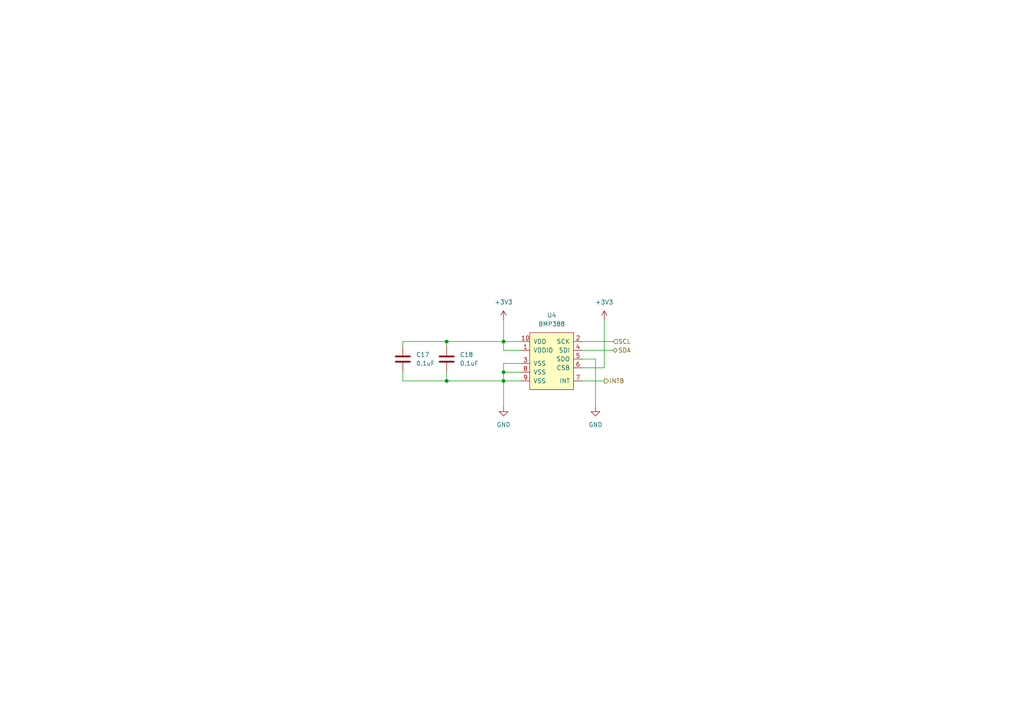
<source format=kicad_sch>
(kicad_sch (version 20211123) (generator eeschema)
  (paper "A4")
  (lib_symbols
    (symbol "Device:C" (pin_numbers hide) (pin_names (offset 0.254))
      (property "Reference" "C" (at 0.635 2.54 0))
      (property "Value" "C" (at 0.635 -2.54 0))
      (symbol "C_0_1"
        (polyline (pts (xy -2.032 -0.762) (xy 2.032 -0.762)) (stroke (width 0.508)))
        (polyline (pts (xy -2.032 0.762) (xy 2.032 0.762)) (stroke (width 0.508)))
      )
      (symbol "C_1_1"
        (pin passive line (at 0 3.81 270) (length 2.794) (name "~") (number "1"))
        (pin passive line (at 0 -3.81 90) (length 2.794) (name "~") (number "2"))
      )
    )
    (symbol "TBC_Sensors:BMP388" (pin_names (offset 1.016))
      (property "Reference" "U4" (at 0 12.7 0))
      (property "Value" "BMP388" (at 0 10.16 0))
      (symbol "BMP388_0_1"
        (rectangle (start -6.35 7.62) (end 6.35 -8.89) (fill (type background)))
      )
      (symbol "BMP388_1_1"
        (pin unspecified line (at -8.89 2.54 0) (length 2.54) (name "VDDIO") (number "1"))
        (pin unspecified line (at -8.89 5.08 0) (length 2.54) (name "VDD") (number "10"))
        (pin input line (at 8.89 5.08 180) (length 2.54) (name "SCK") (number "2"))
        (pin unspecified line (at -8.89 -1.27 0) (length 2.54) (name "VSS") (number "3"))
        (pin bidirectional line (at 8.89 2.54 180) (length 2.54) (name "SDI") (number "4"))
        (pin bidirectional line (at 8.89 0 180) (length 2.54) (name "SDO") (number "5"))
        (pin input line (at 8.89 -2.54 180) (length 2.54) (name "CSB") (number "6"))
        (pin output line (at 8.89 -6.35 180) (length 2.54) (name "INT") (number "7"))
        (pin unspecified line (at -8.89 -3.81 0) (length 2.54) (name "VSS") (number "8"))
        (pin unspecified line (at -8.89 -6.35 0) (length 2.54) (name "VSS") (number "9"))
      )
    )
    (symbol "power:+3.3V" (power) (pin_names (offset 0))
      (property "Value" "+3.3V" (at 0 3.556 0))
      (symbol "+3.3V_0_1"
        (polyline (pts (xy -0.762 1.27) (xy 0 2.54)))
        (polyline (pts (xy 0 0) (xy 0 2.54)))
        (polyline (pts (xy 0 2.54) (xy 0.762 1.27)))
      )
      (symbol "+3.3V_1_1"
        (pin power_in line (at 0 0 90) (length 0) hide (name "+3V3") (number "1"))
      )
    )
    (symbol "power:GND" (power) (pin_names (offset 0))
      (property "Value" "GND" (at 0 -3.81 0))
      (symbol "GND_0_1"
        (polyline (pts (xy 0 0) (xy 0 -1.27) (xy 1.27 -1.27) (xy 0 -2.54) (xy -1.27 -1.27) (xy 0 -1.27)))
      )
      (symbol "GND_1_1"
        (pin power_in line (at 0 0 270) (length 0) hide (name "GND") (number "1"))
      )
    )
  )
  (junction (at 146.05 99.06))
  (junction (at 129.54 110.49))
  (junction (at 129.54 99.06))
  (junction (at 146.05 110.49))
  (junction (at 146.05 107.95))
  (wire (pts (xy 151.13 107.95) (xy 146.05 107.95)))
  (wire (pts (xy 168.91 106.68) (xy 175.26 106.68)))
  (wire (pts (xy 146.05 110.49) (xy 151.13 110.49)))
  (wire (pts (xy 116.84 99.06) (xy 129.54 99.06)))
  (wire (pts (xy 168.91 110.49) (xy 175.26 110.49)))
  (wire (pts (xy 175.26 106.68) (xy 175.26 92.71)))
  (wire (pts (xy 129.54 110.49) (xy 146.05 110.49)))
  (wire (pts (xy 146.05 110.49) (xy 146.05 118.11)))
  (wire (pts (xy 146.05 99.06) (xy 146.05 92.71)))
  (wire (pts (xy 168.91 104.14) (xy 172.72 104.14)))
  (wire (pts (xy 168.91 99.06) (xy 177.8 99.06)))
  (wire (pts (xy 146.05 107.95) (xy 146.05 110.49)))
  (wire (pts (xy 129.54 100.33) (xy 129.54 99.06)))
  (wire (pts (xy 116.84 110.49) (xy 129.54 110.49)))
  (wire (pts (xy 172.72 104.14) (xy 172.72 118.11)))
  (wire (pts (xy 146.05 105.41) (xy 146.05 107.95)))
  (wire (pts (xy 129.54 107.95) (xy 129.54 110.49)))
  (wire (pts (xy 129.54 99.06) (xy 146.05 99.06)))
  (wire (pts (xy 116.84 107.95) (xy 116.84 110.49)))
  (wire (pts (xy 146.05 101.6) (xy 146.05 99.06)))
  (wire (pts (xy 151.13 101.6) (xy 146.05 101.6)))
  (wire (pts (xy 168.91 101.6) (xy 177.8 101.6)))
  (wire (pts (xy 151.13 105.41) (xy 146.05 105.41)))
  (wire (pts (xy 146.05 99.06) (xy 151.13 99.06)))
  (wire (pts (xy 116.84 100.33) (xy 116.84 99.06)))
  (hierarchical_label "SCL" (shape input) (at 177.8 99.06 0))
  (hierarchical_label "INTB" (shape output) (at 175.26 110.49 0))
  (hierarchical_label "SDA" (shape bidirectional) (at 177.8 101.6 0))
  (symbol (lib_id "power:GND") (at 172.72 118.11 0) (unit 1)
    (property "Reference" "#PWR0141" (effects hide))
    (property "Value" "GND" (at 172.72 123.19 0))
  )
  (symbol (lib_id "power:+3.3V") (at 175.26 92.71 0) (unit 1)
    (property "Reference" "#PWR0138" (effects hide))
    (property "Value" "+3.3V" (at 175.26 87.63 0))
  )
  (symbol (lib_id "power:+3.3V") (at 146.05 92.71 0) (unit 1)
    (property "Reference" "#PWR0140" (effects hide))
    (property "Value" "+3.3V" (at 146.05 87.63 0))
  )
  (symbol (lib_id "Device:C") (at 116.84 104.14 0) (unit 1)
    (property "Reference" "C17" (at 120.65 102.8699 0) (effects (justify left)))
    (property "Value" "0.1uF" (at 120.65 105.4099 0) (effects (justify left)))
    (property "Footprint" "Capacitor_SMD:C_0603_1608Metric" (effects hide))
  )
  (symbol (lib_id "power:GND") (at 146.05 118.11 0) (unit 1)
    (property "Reference" "#PWR0139" (effects hide))
    (property "Value" "GND" (at 146.05 123.19 0))
  )
  (symbol (lib_id "TBC_Sensors:BMP388") (at 160.02 104.14 0) (unit 1)
    (property "Reference" "U4" (at 160.02 91.44 0))
    (property "Value" "BMP388" (at 160.02 93.98 0))
    (property "Footprint" "Sensor_Pressure:bmp388" (effects hide))
  )
  (symbol (lib_id "Device:C") (at 129.54 104.14 0) (unit 1)
    (property "Reference" "C18" (at 133.35 102.8699 0) (effects (justify left)))
    (property "Value" "0.1uF" (at 133.35 105.4099 0) (effects (justify left)))
    (property "Footprint" "Capacitor_SMD:C_0603_1608Metric" (effects hide))
  )
)
</source>
